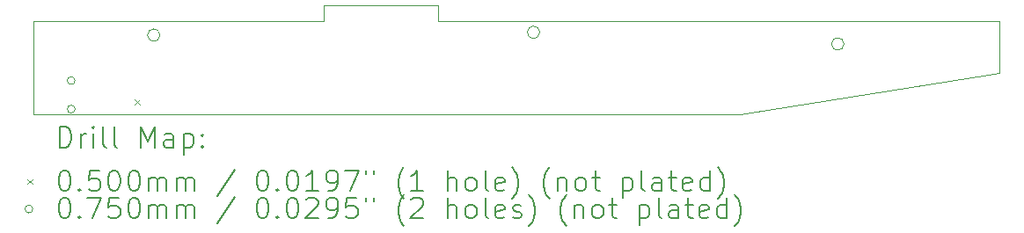
<source format=gbr>
%TF.GenerationSoftware,KiCad,Pcbnew,8.0.6*%
%TF.CreationDate,2024-11-20T18:33:52-05:00*%
%TF.ProjectId,OSSG_v0p5,4f535347-5f76-4307-9035-2e6b69636164,v0.4*%
%TF.SameCoordinates,Original*%
%TF.FileFunction,Drillmap*%
%TF.FilePolarity,Positive*%
%FSLAX45Y45*%
G04 Gerber Fmt 4.5, Leading zero omitted, Abs format (unit mm)*
G04 Created by KiCad (PCBNEW 8.0.6) date 2024-11-20 18:33:52*
%MOMM*%
%LPD*%
G01*
G04 APERTURE LIST*
%ADD10C,0.100000*%
%ADD11C,0.200000*%
G04 APERTURE END LIST*
D10*
X7920000Y-7635000D02*
G75*
G02*
X7800000Y-7635000I-60000J0D01*
G01*
X7800000Y-7635000D02*
G75*
G02*
X7920000Y-7635000I60000J0D01*
G01*
X6700000Y-8400000D02*
X6700000Y-7500000D01*
X6700000Y-7500000D02*
X9500000Y-7500000D01*
X10600000Y-7350000D02*
X10600000Y-7500000D01*
X14502500Y-7720000D02*
G75*
G02*
X14382500Y-7720000I-60000J0D01*
G01*
X14382500Y-7720000D02*
G75*
G02*
X14502500Y-7720000I60000J0D01*
G01*
X9500000Y-7350000D02*
X10600000Y-7350000D01*
X10600000Y-7500000D02*
X16000000Y-7500000D01*
X6700000Y-8400000D02*
X13500000Y-8400000D01*
X13500000Y-8400000D02*
X16000000Y-8000000D01*
X11575000Y-7607500D02*
G75*
G02*
X11455000Y-7607500I-60000J0D01*
G01*
X11455000Y-7607500D02*
G75*
G02*
X11575000Y-7607500I60000J0D01*
G01*
X16000000Y-8000000D02*
X16000000Y-7500000D01*
X9500000Y-7500000D02*
X9500000Y-7350000D01*
D11*
D10*
X7675000Y-8255000D02*
X7725000Y-8305000D01*
X7725000Y-8255000D02*
X7675000Y-8305000D01*
X7102500Y-8072500D02*
G75*
G02*
X7027500Y-8072500I-37500J0D01*
G01*
X7027500Y-8072500D02*
G75*
G02*
X7102500Y-8072500I37500J0D01*
G01*
X7102500Y-8347500D02*
G75*
G02*
X7027500Y-8347500I-37500J0D01*
G01*
X7027500Y-8347500D02*
G75*
G02*
X7102500Y-8347500I37500J0D01*
G01*
D11*
X6955777Y-8716484D02*
X6955777Y-8516484D01*
X6955777Y-8516484D02*
X7003396Y-8516484D01*
X7003396Y-8516484D02*
X7031967Y-8526008D01*
X7031967Y-8526008D02*
X7051015Y-8545055D01*
X7051015Y-8545055D02*
X7060539Y-8564103D01*
X7060539Y-8564103D02*
X7070062Y-8602198D01*
X7070062Y-8602198D02*
X7070062Y-8630770D01*
X7070062Y-8630770D02*
X7060539Y-8668865D01*
X7060539Y-8668865D02*
X7051015Y-8687912D01*
X7051015Y-8687912D02*
X7031967Y-8706960D01*
X7031967Y-8706960D02*
X7003396Y-8716484D01*
X7003396Y-8716484D02*
X6955777Y-8716484D01*
X7155777Y-8716484D02*
X7155777Y-8583150D01*
X7155777Y-8621246D02*
X7165301Y-8602198D01*
X7165301Y-8602198D02*
X7174824Y-8592674D01*
X7174824Y-8592674D02*
X7193872Y-8583150D01*
X7193872Y-8583150D02*
X7212920Y-8583150D01*
X7279586Y-8716484D02*
X7279586Y-8583150D01*
X7279586Y-8516484D02*
X7270062Y-8526008D01*
X7270062Y-8526008D02*
X7279586Y-8535531D01*
X7279586Y-8535531D02*
X7289110Y-8526008D01*
X7289110Y-8526008D02*
X7279586Y-8516484D01*
X7279586Y-8516484D02*
X7279586Y-8535531D01*
X7403396Y-8716484D02*
X7384348Y-8706960D01*
X7384348Y-8706960D02*
X7374824Y-8687912D01*
X7374824Y-8687912D02*
X7374824Y-8516484D01*
X7508158Y-8716484D02*
X7489110Y-8706960D01*
X7489110Y-8706960D02*
X7479586Y-8687912D01*
X7479586Y-8687912D02*
X7479586Y-8516484D01*
X7736729Y-8716484D02*
X7736729Y-8516484D01*
X7736729Y-8516484D02*
X7803396Y-8659341D01*
X7803396Y-8659341D02*
X7870062Y-8516484D01*
X7870062Y-8516484D02*
X7870062Y-8716484D01*
X8051015Y-8716484D02*
X8051015Y-8611722D01*
X8051015Y-8611722D02*
X8041491Y-8592674D01*
X8041491Y-8592674D02*
X8022443Y-8583150D01*
X8022443Y-8583150D02*
X7984348Y-8583150D01*
X7984348Y-8583150D02*
X7965301Y-8592674D01*
X8051015Y-8706960D02*
X8031967Y-8716484D01*
X8031967Y-8716484D02*
X7984348Y-8716484D01*
X7984348Y-8716484D02*
X7965301Y-8706960D01*
X7965301Y-8706960D02*
X7955777Y-8687912D01*
X7955777Y-8687912D02*
X7955777Y-8668865D01*
X7955777Y-8668865D02*
X7965301Y-8649817D01*
X7965301Y-8649817D02*
X7984348Y-8640293D01*
X7984348Y-8640293D02*
X8031967Y-8640293D01*
X8031967Y-8640293D02*
X8051015Y-8630770D01*
X8146253Y-8583150D02*
X8146253Y-8783150D01*
X8146253Y-8592674D02*
X8165301Y-8583150D01*
X8165301Y-8583150D02*
X8203396Y-8583150D01*
X8203396Y-8583150D02*
X8222443Y-8592674D01*
X8222443Y-8592674D02*
X8231967Y-8602198D01*
X8231967Y-8602198D02*
X8241491Y-8621246D01*
X8241491Y-8621246D02*
X8241491Y-8678389D01*
X8241491Y-8678389D02*
X8231967Y-8697436D01*
X8231967Y-8697436D02*
X8222443Y-8706960D01*
X8222443Y-8706960D02*
X8203396Y-8716484D01*
X8203396Y-8716484D02*
X8165301Y-8716484D01*
X8165301Y-8716484D02*
X8146253Y-8706960D01*
X8327205Y-8697436D02*
X8336729Y-8706960D01*
X8336729Y-8706960D02*
X8327205Y-8716484D01*
X8327205Y-8716484D02*
X8317682Y-8706960D01*
X8317682Y-8706960D02*
X8327205Y-8697436D01*
X8327205Y-8697436D02*
X8327205Y-8716484D01*
X8327205Y-8592674D02*
X8336729Y-8602198D01*
X8336729Y-8602198D02*
X8327205Y-8611722D01*
X8327205Y-8611722D02*
X8317682Y-8602198D01*
X8317682Y-8602198D02*
X8327205Y-8592674D01*
X8327205Y-8592674D02*
X8327205Y-8611722D01*
D10*
X6645000Y-9020000D02*
X6695000Y-9070000D01*
X6695000Y-9020000D02*
X6645000Y-9070000D01*
D11*
X6993872Y-8936484D02*
X7012920Y-8936484D01*
X7012920Y-8936484D02*
X7031967Y-8946008D01*
X7031967Y-8946008D02*
X7041491Y-8955531D01*
X7041491Y-8955531D02*
X7051015Y-8974579D01*
X7051015Y-8974579D02*
X7060539Y-9012674D01*
X7060539Y-9012674D02*
X7060539Y-9060293D01*
X7060539Y-9060293D02*
X7051015Y-9098389D01*
X7051015Y-9098389D02*
X7041491Y-9117436D01*
X7041491Y-9117436D02*
X7031967Y-9126960D01*
X7031967Y-9126960D02*
X7012920Y-9136484D01*
X7012920Y-9136484D02*
X6993872Y-9136484D01*
X6993872Y-9136484D02*
X6974824Y-9126960D01*
X6974824Y-9126960D02*
X6965301Y-9117436D01*
X6965301Y-9117436D02*
X6955777Y-9098389D01*
X6955777Y-9098389D02*
X6946253Y-9060293D01*
X6946253Y-9060293D02*
X6946253Y-9012674D01*
X6946253Y-9012674D02*
X6955777Y-8974579D01*
X6955777Y-8974579D02*
X6965301Y-8955531D01*
X6965301Y-8955531D02*
X6974824Y-8946008D01*
X6974824Y-8946008D02*
X6993872Y-8936484D01*
X7146253Y-9117436D02*
X7155777Y-9126960D01*
X7155777Y-9126960D02*
X7146253Y-9136484D01*
X7146253Y-9136484D02*
X7136729Y-9126960D01*
X7136729Y-9126960D02*
X7146253Y-9117436D01*
X7146253Y-9117436D02*
X7146253Y-9136484D01*
X7336729Y-8936484D02*
X7241491Y-8936484D01*
X7241491Y-8936484D02*
X7231967Y-9031722D01*
X7231967Y-9031722D02*
X7241491Y-9022198D01*
X7241491Y-9022198D02*
X7260539Y-9012674D01*
X7260539Y-9012674D02*
X7308158Y-9012674D01*
X7308158Y-9012674D02*
X7327205Y-9022198D01*
X7327205Y-9022198D02*
X7336729Y-9031722D01*
X7336729Y-9031722D02*
X7346253Y-9050770D01*
X7346253Y-9050770D02*
X7346253Y-9098389D01*
X7346253Y-9098389D02*
X7336729Y-9117436D01*
X7336729Y-9117436D02*
X7327205Y-9126960D01*
X7327205Y-9126960D02*
X7308158Y-9136484D01*
X7308158Y-9136484D02*
X7260539Y-9136484D01*
X7260539Y-9136484D02*
X7241491Y-9126960D01*
X7241491Y-9126960D02*
X7231967Y-9117436D01*
X7470062Y-8936484D02*
X7489110Y-8936484D01*
X7489110Y-8936484D02*
X7508158Y-8946008D01*
X7508158Y-8946008D02*
X7517682Y-8955531D01*
X7517682Y-8955531D02*
X7527205Y-8974579D01*
X7527205Y-8974579D02*
X7536729Y-9012674D01*
X7536729Y-9012674D02*
X7536729Y-9060293D01*
X7536729Y-9060293D02*
X7527205Y-9098389D01*
X7527205Y-9098389D02*
X7517682Y-9117436D01*
X7517682Y-9117436D02*
X7508158Y-9126960D01*
X7508158Y-9126960D02*
X7489110Y-9136484D01*
X7489110Y-9136484D02*
X7470062Y-9136484D01*
X7470062Y-9136484D02*
X7451015Y-9126960D01*
X7451015Y-9126960D02*
X7441491Y-9117436D01*
X7441491Y-9117436D02*
X7431967Y-9098389D01*
X7431967Y-9098389D02*
X7422443Y-9060293D01*
X7422443Y-9060293D02*
X7422443Y-9012674D01*
X7422443Y-9012674D02*
X7431967Y-8974579D01*
X7431967Y-8974579D02*
X7441491Y-8955531D01*
X7441491Y-8955531D02*
X7451015Y-8946008D01*
X7451015Y-8946008D02*
X7470062Y-8936484D01*
X7660539Y-8936484D02*
X7679586Y-8936484D01*
X7679586Y-8936484D02*
X7698634Y-8946008D01*
X7698634Y-8946008D02*
X7708158Y-8955531D01*
X7708158Y-8955531D02*
X7717682Y-8974579D01*
X7717682Y-8974579D02*
X7727205Y-9012674D01*
X7727205Y-9012674D02*
X7727205Y-9060293D01*
X7727205Y-9060293D02*
X7717682Y-9098389D01*
X7717682Y-9098389D02*
X7708158Y-9117436D01*
X7708158Y-9117436D02*
X7698634Y-9126960D01*
X7698634Y-9126960D02*
X7679586Y-9136484D01*
X7679586Y-9136484D02*
X7660539Y-9136484D01*
X7660539Y-9136484D02*
X7641491Y-9126960D01*
X7641491Y-9126960D02*
X7631967Y-9117436D01*
X7631967Y-9117436D02*
X7622443Y-9098389D01*
X7622443Y-9098389D02*
X7612920Y-9060293D01*
X7612920Y-9060293D02*
X7612920Y-9012674D01*
X7612920Y-9012674D02*
X7622443Y-8974579D01*
X7622443Y-8974579D02*
X7631967Y-8955531D01*
X7631967Y-8955531D02*
X7641491Y-8946008D01*
X7641491Y-8946008D02*
X7660539Y-8936484D01*
X7812920Y-9136484D02*
X7812920Y-9003150D01*
X7812920Y-9022198D02*
X7822443Y-9012674D01*
X7822443Y-9012674D02*
X7841491Y-9003150D01*
X7841491Y-9003150D02*
X7870063Y-9003150D01*
X7870063Y-9003150D02*
X7889110Y-9012674D01*
X7889110Y-9012674D02*
X7898634Y-9031722D01*
X7898634Y-9031722D02*
X7898634Y-9136484D01*
X7898634Y-9031722D02*
X7908158Y-9012674D01*
X7908158Y-9012674D02*
X7927205Y-9003150D01*
X7927205Y-9003150D02*
X7955777Y-9003150D01*
X7955777Y-9003150D02*
X7974824Y-9012674D01*
X7974824Y-9012674D02*
X7984348Y-9031722D01*
X7984348Y-9031722D02*
X7984348Y-9136484D01*
X8079586Y-9136484D02*
X8079586Y-9003150D01*
X8079586Y-9022198D02*
X8089110Y-9012674D01*
X8089110Y-9012674D02*
X8108158Y-9003150D01*
X8108158Y-9003150D02*
X8136729Y-9003150D01*
X8136729Y-9003150D02*
X8155777Y-9012674D01*
X8155777Y-9012674D02*
X8165301Y-9031722D01*
X8165301Y-9031722D02*
X8165301Y-9136484D01*
X8165301Y-9031722D02*
X8174824Y-9012674D01*
X8174824Y-9012674D02*
X8193872Y-9003150D01*
X8193872Y-9003150D02*
X8222443Y-9003150D01*
X8222443Y-9003150D02*
X8241491Y-9012674D01*
X8241491Y-9012674D02*
X8251015Y-9031722D01*
X8251015Y-9031722D02*
X8251015Y-9136484D01*
X8641491Y-8926960D02*
X8470063Y-9184103D01*
X8898634Y-8936484D02*
X8917682Y-8936484D01*
X8917682Y-8936484D02*
X8936729Y-8946008D01*
X8936729Y-8946008D02*
X8946253Y-8955531D01*
X8946253Y-8955531D02*
X8955777Y-8974579D01*
X8955777Y-8974579D02*
X8965301Y-9012674D01*
X8965301Y-9012674D02*
X8965301Y-9060293D01*
X8965301Y-9060293D02*
X8955777Y-9098389D01*
X8955777Y-9098389D02*
X8946253Y-9117436D01*
X8946253Y-9117436D02*
X8936729Y-9126960D01*
X8936729Y-9126960D02*
X8917682Y-9136484D01*
X8917682Y-9136484D02*
X8898634Y-9136484D01*
X8898634Y-9136484D02*
X8879587Y-9126960D01*
X8879587Y-9126960D02*
X8870063Y-9117436D01*
X8870063Y-9117436D02*
X8860539Y-9098389D01*
X8860539Y-9098389D02*
X8851015Y-9060293D01*
X8851015Y-9060293D02*
X8851015Y-9012674D01*
X8851015Y-9012674D02*
X8860539Y-8974579D01*
X8860539Y-8974579D02*
X8870063Y-8955531D01*
X8870063Y-8955531D02*
X8879587Y-8946008D01*
X8879587Y-8946008D02*
X8898634Y-8936484D01*
X9051015Y-9117436D02*
X9060539Y-9126960D01*
X9060539Y-9126960D02*
X9051015Y-9136484D01*
X9051015Y-9136484D02*
X9041491Y-9126960D01*
X9041491Y-9126960D02*
X9051015Y-9117436D01*
X9051015Y-9117436D02*
X9051015Y-9136484D01*
X9184348Y-8936484D02*
X9203396Y-8936484D01*
X9203396Y-8936484D02*
X9222444Y-8946008D01*
X9222444Y-8946008D02*
X9231968Y-8955531D01*
X9231968Y-8955531D02*
X9241491Y-8974579D01*
X9241491Y-8974579D02*
X9251015Y-9012674D01*
X9251015Y-9012674D02*
X9251015Y-9060293D01*
X9251015Y-9060293D02*
X9241491Y-9098389D01*
X9241491Y-9098389D02*
X9231968Y-9117436D01*
X9231968Y-9117436D02*
X9222444Y-9126960D01*
X9222444Y-9126960D02*
X9203396Y-9136484D01*
X9203396Y-9136484D02*
X9184348Y-9136484D01*
X9184348Y-9136484D02*
X9165301Y-9126960D01*
X9165301Y-9126960D02*
X9155777Y-9117436D01*
X9155777Y-9117436D02*
X9146253Y-9098389D01*
X9146253Y-9098389D02*
X9136729Y-9060293D01*
X9136729Y-9060293D02*
X9136729Y-9012674D01*
X9136729Y-9012674D02*
X9146253Y-8974579D01*
X9146253Y-8974579D02*
X9155777Y-8955531D01*
X9155777Y-8955531D02*
X9165301Y-8946008D01*
X9165301Y-8946008D02*
X9184348Y-8936484D01*
X9441491Y-9136484D02*
X9327206Y-9136484D01*
X9384348Y-9136484D02*
X9384348Y-8936484D01*
X9384348Y-8936484D02*
X9365301Y-8965055D01*
X9365301Y-8965055D02*
X9346253Y-8984103D01*
X9346253Y-8984103D02*
X9327206Y-8993627D01*
X9536729Y-9136484D02*
X9574825Y-9136484D01*
X9574825Y-9136484D02*
X9593872Y-9126960D01*
X9593872Y-9126960D02*
X9603396Y-9117436D01*
X9603396Y-9117436D02*
X9622444Y-9088865D01*
X9622444Y-9088865D02*
X9631968Y-9050770D01*
X9631968Y-9050770D02*
X9631968Y-8974579D01*
X9631968Y-8974579D02*
X9622444Y-8955531D01*
X9622444Y-8955531D02*
X9612920Y-8946008D01*
X9612920Y-8946008D02*
X9593872Y-8936484D01*
X9593872Y-8936484D02*
X9555777Y-8936484D01*
X9555777Y-8936484D02*
X9536729Y-8946008D01*
X9536729Y-8946008D02*
X9527206Y-8955531D01*
X9527206Y-8955531D02*
X9517682Y-8974579D01*
X9517682Y-8974579D02*
X9517682Y-9022198D01*
X9517682Y-9022198D02*
X9527206Y-9041246D01*
X9527206Y-9041246D02*
X9536729Y-9050770D01*
X9536729Y-9050770D02*
X9555777Y-9060293D01*
X9555777Y-9060293D02*
X9593872Y-9060293D01*
X9593872Y-9060293D02*
X9612920Y-9050770D01*
X9612920Y-9050770D02*
X9622444Y-9041246D01*
X9622444Y-9041246D02*
X9631968Y-9022198D01*
X9698634Y-8936484D02*
X9831968Y-8936484D01*
X9831968Y-8936484D02*
X9746253Y-9136484D01*
X9898634Y-8936484D02*
X9898634Y-8974579D01*
X9974825Y-8936484D02*
X9974825Y-8974579D01*
X10270063Y-9212674D02*
X10260539Y-9203150D01*
X10260539Y-9203150D02*
X10241491Y-9174579D01*
X10241491Y-9174579D02*
X10231968Y-9155531D01*
X10231968Y-9155531D02*
X10222444Y-9126960D01*
X10222444Y-9126960D02*
X10212920Y-9079341D01*
X10212920Y-9079341D02*
X10212920Y-9041246D01*
X10212920Y-9041246D02*
X10222444Y-8993627D01*
X10222444Y-8993627D02*
X10231968Y-8965055D01*
X10231968Y-8965055D02*
X10241491Y-8946008D01*
X10241491Y-8946008D02*
X10260539Y-8917436D01*
X10260539Y-8917436D02*
X10270063Y-8907912D01*
X10451015Y-9136484D02*
X10336730Y-9136484D01*
X10393872Y-9136484D02*
X10393872Y-8936484D01*
X10393872Y-8936484D02*
X10374825Y-8965055D01*
X10374825Y-8965055D02*
X10355777Y-8984103D01*
X10355777Y-8984103D02*
X10336730Y-8993627D01*
X10689111Y-9136484D02*
X10689111Y-8936484D01*
X10774825Y-9136484D02*
X10774825Y-9031722D01*
X10774825Y-9031722D02*
X10765301Y-9012674D01*
X10765301Y-9012674D02*
X10746253Y-9003150D01*
X10746253Y-9003150D02*
X10717682Y-9003150D01*
X10717682Y-9003150D02*
X10698634Y-9012674D01*
X10698634Y-9012674D02*
X10689111Y-9022198D01*
X10898634Y-9136484D02*
X10879587Y-9126960D01*
X10879587Y-9126960D02*
X10870063Y-9117436D01*
X10870063Y-9117436D02*
X10860539Y-9098389D01*
X10860539Y-9098389D02*
X10860539Y-9041246D01*
X10860539Y-9041246D02*
X10870063Y-9022198D01*
X10870063Y-9022198D02*
X10879587Y-9012674D01*
X10879587Y-9012674D02*
X10898634Y-9003150D01*
X10898634Y-9003150D02*
X10927206Y-9003150D01*
X10927206Y-9003150D02*
X10946253Y-9012674D01*
X10946253Y-9012674D02*
X10955777Y-9022198D01*
X10955777Y-9022198D02*
X10965301Y-9041246D01*
X10965301Y-9041246D02*
X10965301Y-9098389D01*
X10965301Y-9098389D02*
X10955777Y-9117436D01*
X10955777Y-9117436D02*
X10946253Y-9126960D01*
X10946253Y-9126960D02*
X10927206Y-9136484D01*
X10927206Y-9136484D02*
X10898634Y-9136484D01*
X11079587Y-9136484D02*
X11060539Y-9126960D01*
X11060539Y-9126960D02*
X11051015Y-9107912D01*
X11051015Y-9107912D02*
X11051015Y-8936484D01*
X11231968Y-9126960D02*
X11212920Y-9136484D01*
X11212920Y-9136484D02*
X11174825Y-9136484D01*
X11174825Y-9136484D02*
X11155777Y-9126960D01*
X11155777Y-9126960D02*
X11146253Y-9107912D01*
X11146253Y-9107912D02*
X11146253Y-9031722D01*
X11146253Y-9031722D02*
X11155777Y-9012674D01*
X11155777Y-9012674D02*
X11174825Y-9003150D01*
X11174825Y-9003150D02*
X11212920Y-9003150D01*
X11212920Y-9003150D02*
X11231968Y-9012674D01*
X11231968Y-9012674D02*
X11241491Y-9031722D01*
X11241491Y-9031722D02*
X11241491Y-9050770D01*
X11241491Y-9050770D02*
X11146253Y-9069817D01*
X11308158Y-9212674D02*
X11317682Y-9203150D01*
X11317682Y-9203150D02*
X11336730Y-9174579D01*
X11336730Y-9174579D02*
X11346253Y-9155531D01*
X11346253Y-9155531D02*
X11355777Y-9126960D01*
X11355777Y-9126960D02*
X11365301Y-9079341D01*
X11365301Y-9079341D02*
X11365301Y-9041246D01*
X11365301Y-9041246D02*
X11355777Y-8993627D01*
X11355777Y-8993627D02*
X11346253Y-8965055D01*
X11346253Y-8965055D02*
X11336730Y-8946008D01*
X11336730Y-8946008D02*
X11317682Y-8917436D01*
X11317682Y-8917436D02*
X11308158Y-8907912D01*
X11670063Y-9212674D02*
X11660539Y-9203150D01*
X11660539Y-9203150D02*
X11641491Y-9174579D01*
X11641491Y-9174579D02*
X11631968Y-9155531D01*
X11631968Y-9155531D02*
X11622444Y-9126960D01*
X11622444Y-9126960D02*
X11612920Y-9079341D01*
X11612920Y-9079341D02*
X11612920Y-9041246D01*
X11612920Y-9041246D02*
X11622444Y-8993627D01*
X11622444Y-8993627D02*
X11631968Y-8965055D01*
X11631968Y-8965055D02*
X11641491Y-8946008D01*
X11641491Y-8946008D02*
X11660539Y-8917436D01*
X11660539Y-8917436D02*
X11670063Y-8907912D01*
X11746253Y-9003150D02*
X11746253Y-9136484D01*
X11746253Y-9022198D02*
X11755777Y-9012674D01*
X11755777Y-9012674D02*
X11774825Y-9003150D01*
X11774825Y-9003150D02*
X11803396Y-9003150D01*
X11803396Y-9003150D02*
X11822444Y-9012674D01*
X11822444Y-9012674D02*
X11831968Y-9031722D01*
X11831968Y-9031722D02*
X11831968Y-9136484D01*
X11955777Y-9136484D02*
X11936730Y-9126960D01*
X11936730Y-9126960D02*
X11927206Y-9117436D01*
X11927206Y-9117436D02*
X11917682Y-9098389D01*
X11917682Y-9098389D02*
X11917682Y-9041246D01*
X11917682Y-9041246D02*
X11927206Y-9022198D01*
X11927206Y-9022198D02*
X11936730Y-9012674D01*
X11936730Y-9012674D02*
X11955777Y-9003150D01*
X11955777Y-9003150D02*
X11984349Y-9003150D01*
X11984349Y-9003150D02*
X12003396Y-9012674D01*
X12003396Y-9012674D02*
X12012920Y-9022198D01*
X12012920Y-9022198D02*
X12022444Y-9041246D01*
X12022444Y-9041246D02*
X12022444Y-9098389D01*
X12022444Y-9098389D02*
X12012920Y-9117436D01*
X12012920Y-9117436D02*
X12003396Y-9126960D01*
X12003396Y-9126960D02*
X11984349Y-9136484D01*
X11984349Y-9136484D02*
X11955777Y-9136484D01*
X12079587Y-9003150D02*
X12155777Y-9003150D01*
X12108158Y-8936484D02*
X12108158Y-9107912D01*
X12108158Y-9107912D02*
X12117682Y-9126960D01*
X12117682Y-9126960D02*
X12136730Y-9136484D01*
X12136730Y-9136484D02*
X12155777Y-9136484D01*
X12374825Y-9003150D02*
X12374825Y-9203150D01*
X12374825Y-9012674D02*
X12393872Y-9003150D01*
X12393872Y-9003150D02*
X12431968Y-9003150D01*
X12431968Y-9003150D02*
X12451015Y-9012674D01*
X12451015Y-9012674D02*
X12460539Y-9022198D01*
X12460539Y-9022198D02*
X12470063Y-9041246D01*
X12470063Y-9041246D02*
X12470063Y-9098389D01*
X12470063Y-9098389D02*
X12460539Y-9117436D01*
X12460539Y-9117436D02*
X12451015Y-9126960D01*
X12451015Y-9126960D02*
X12431968Y-9136484D01*
X12431968Y-9136484D02*
X12393872Y-9136484D01*
X12393872Y-9136484D02*
X12374825Y-9126960D01*
X12584349Y-9136484D02*
X12565301Y-9126960D01*
X12565301Y-9126960D02*
X12555777Y-9107912D01*
X12555777Y-9107912D02*
X12555777Y-8936484D01*
X12746253Y-9136484D02*
X12746253Y-9031722D01*
X12746253Y-9031722D02*
X12736730Y-9012674D01*
X12736730Y-9012674D02*
X12717682Y-9003150D01*
X12717682Y-9003150D02*
X12679587Y-9003150D01*
X12679587Y-9003150D02*
X12660539Y-9012674D01*
X12746253Y-9126960D02*
X12727206Y-9136484D01*
X12727206Y-9136484D02*
X12679587Y-9136484D01*
X12679587Y-9136484D02*
X12660539Y-9126960D01*
X12660539Y-9126960D02*
X12651015Y-9107912D01*
X12651015Y-9107912D02*
X12651015Y-9088865D01*
X12651015Y-9088865D02*
X12660539Y-9069817D01*
X12660539Y-9069817D02*
X12679587Y-9060293D01*
X12679587Y-9060293D02*
X12727206Y-9060293D01*
X12727206Y-9060293D02*
X12746253Y-9050770D01*
X12812920Y-9003150D02*
X12889111Y-9003150D01*
X12841492Y-8936484D02*
X12841492Y-9107912D01*
X12841492Y-9107912D02*
X12851015Y-9126960D01*
X12851015Y-9126960D02*
X12870063Y-9136484D01*
X12870063Y-9136484D02*
X12889111Y-9136484D01*
X13031968Y-9126960D02*
X13012920Y-9136484D01*
X13012920Y-9136484D02*
X12974825Y-9136484D01*
X12974825Y-9136484D02*
X12955777Y-9126960D01*
X12955777Y-9126960D02*
X12946253Y-9107912D01*
X12946253Y-9107912D02*
X12946253Y-9031722D01*
X12946253Y-9031722D02*
X12955777Y-9012674D01*
X12955777Y-9012674D02*
X12974825Y-9003150D01*
X12974825Y-9003150D02*
X13012920Y-9003150D01*
X13012920Y-9003150D02*
X13031968Y-9012674D01*
X13031968Y-9012674D02*
X13041492Y-9031722D01*
X13041492Y-9031722D02*
X13041492Y-9050770D01*
X13041492Y-9050770D02*
X12946253Y-9069817D01*
X13212920Y-9136484D02*
X13212920Y-8936484D01*
X13212920Y-9126960D02*
X13193873Y-9136484D01*
X13193873Y-9136484D02*
X13155777Y-9136484D01*
X13155777Y-9136484D02*
X13136730Y-9126960D01*
X13136730Y-9126960D02*
X13127206Y-9117436D01*
X13127206Y-9117436D02*
X13117682Y-9098389D01*
X13117682Y-9098389D02*
X13117682Y-9041246D01*
X13117682Y-9041246D02*
X13127206Y-9022198D01*
X13127206Y-9022198D02*
X13136730Y-9012674D01*
X13136730Y-9012674D02*
X13155777Y-9003150D01*
X13155777Y-9003150D02*
X13193873Y-9003150D01*
X13193873Y-9003150D02*
X13212920Y-9012674D01*
X13289111Y-9212674D02*
X13298634Y-9203150D01*
X13298634Y-9203150D02*
X13317682Y-9174579D01*
X13317682Y-9174579D02*
X13327206Y-9155531D01*
X13327206Y-9155531D02*
X13336730Y-9126960D01*
X13336730Y-9126960D02*
X13346253Y-9079341D01*
X13346253Y-9079341D02*
X13346253Y-9041246D01*
X13346253Y-9041246D02*
X13336730Y-8993627D01*
X13336730Y-8993627D02*
X13327206Y-8965055D01*
X13327206Y-8965055D02*
X13317682Y-8946008D01*
X13317682Y-8946008D02*
X13298634Y-8917436D01*
X13298634Y-8917436D02*
X13289111Y-8907912D01*
D10*
X6695000Y-9309000D02*
G75*
G02*
X6620000Y-9309000I-37500J0D01*
G01*
X6620000Y-9309000D02*
G75*
G02*
X6695000Y-9309000I37500J0D01*
G01*
D11*
X6993872Y-9200484D02*
X7012920Y-9200484D01*
X7012920Y-9200484D02*
X7031967Y-9210008D01*
X7031967Y-9210008D02*
X7041491Y-9219531D01*
X7041491Y-9219531D02*
X7051015Y-9238579D01*
X7051015Y-9238579D02*
X7060539Y-9276674D01*
X7060539Y-9276674D02*
X7060539Y-9324293D01*
X7060539Y-9324293D02*
X7051015Y-9362389D01*
X7051015Y-9362389D02*
X7041491Y-9381436D01*
X7041491Y-9381436D02*
X7031967Y-9390960D01*
X7031967Y-9390960D02*
X7012920Y-9400484D01*
X7012920Y-9400484D02*
X6993872Y-9400484D01*
X6993872Y-9400484D02*
X6974824Y-9390960D01*
X6974824Y-9390960D02*
X6965301Y-9381436D01*
X6965301Y-9381436D02*
X6955777Y-9362389D01*
X6955777Y-9362389D02*
X6946253Y-9324293D01*
X6946253Y-9324293D02*
X6946253Y-9276674D01*
X6946253Y-9276674D02*
X6955777Y-9238579D01*
X6955777Y-9238579D02*
X6965301Y-9219531D01*
X6965301Y-9219531D02*
X6974824Y-9210008D01*
X6974824Y-9210008D02*
X6993872Y-9200484D01*
X7146253Y-9381436D02*
X7155777Y-9390960D01*
X7155777Y-9390960D02*
X7146253Y-9400484D01*
X7146253Y-9400484D02*
X7136729Y-9390960D01*
X7136729Y-9390960D02*
X7146253Y-9381436D01*
X7146253Y-9381436D02*
X7146253Y-9400484D01*
X7222443Y-9200484D02*
X7355777Y-9200484D01*
X7355777Y-9200484D02*
X7270062Y-9400484D01*
X7527205Y-9200484D02*
X7431967Y-9200484D01*
X7431967Y-9200484D02*
X7422443Y-9295722D01*
X7422443Y-9295722D02*
X7431967Y-9286198D01*
X7431967Y-9286198D02*
X7451015Y-9276674D01*
X7451015Y-9276674D02*
X7498634Y-9276674D01*
X7498634Y-9276674D02*
X7517682Y-9286198D01*
X7517682Y-9286198D02*
X7527205Y-9295722D01*
X7527205Y-9295722D02*
X7536729Y-9314770D01*
X7536729Y-9314770D02*
X7536729Y-9362389D01*
X7536729Y-9362389D02*
X7527205Y-9381436D01*
X7527205Y-9381436D02*
X7517682Y-9390960D01*
X7517682Y-9390960D02*
X7498634Y-9400484D01*
X7498634Y-9400484D02*
X7451015Y-9400484D01*
X7451015Y-9400484D02*
X7431967Y-9390960D01*
X7431967Y-9390960D02*
X7422443Y-9381436D01*
X7660539Y-9200484D02*
X7679586Y-9200484D01*
X7679586Y-9200484D02*
X7698634Y-9210008D01*
X7698634Y-9210008D02*
X7708158Y-9219531D01*
X7708158Y-9219531D02*
X7717682Y-9238579D01*
X7717682Y-9238579D02*
X7727205Y-9276674D01*
X7727205Y-9276674D02*
X7727205Y-9324293D01*
X7727205Y-9324293D02*
X7717682Y-9362389D01*
X7717682Y-9362389D02*
X7708158Y-9381436D01*
X7708158Y-9381436D02*
X7698634Y-9390960D01*
X7698634Y-9390960D02*
X7679586Y-9400484D01*
X7679586Y-9400484D02*
X7660539Y-9400484D01*
X7660539Y-9400484D02*
X7641491Y-9390960D01*
X7641491Y-9390960D02*
X7631967Y-9381436D01*
X7631967Y-9381436D02*
X7622443Y-9362389D01*
X7622443Y-9362389D02*
X7612920Y-9324293D01*
X7612920Y-9324293D02*
X7612920Y-9276674D01*
X7612920Y-9276674D02*
X7622443Y-9238579D01*
X7622443Y-9238579D02*
X7631967Y-9219531D01*
X7631967Y-9219531D02*
X7641491Y-9210008D01*
X7641491Y-9210008D02*
X7660539Y-9200484D01*
X7812920Y-9400484D02*
X7812920Y-9267150D01*
X7812920Y-9286198D02*
X7822443Y-9276674D01*
X7822443Y-9276674D02*
X7841491Y-9267150D01*
X7841491Y-9267150D02*
X7870063Y-9267150D01*
X7870063Y-9267150D02*
X7889110Y-9276674D01*
X7889110Y-9276674D02*
X7898634Y-9295722D01*
X7898634Y-9295722D02*
X7898634Y-9400484D01*
X7898634Y-9295722D02*
X7908158Y-9276674D01*
X7908158Y-9276674D02*
X7927205Y-9267150D01*
X7927205Y-9267150D02*
X7955777Y-9267150D01*
X7955777Y-9267150D02*
X7974824Y-9276674D01*
X7974824Y-9276674D02*
X7984348Y-9295722D01*
X7984348Y-9295722D02*
X7984348Y-9400484D01*
X8079586Y-9400484D02*
X8079586Y-9267150D01*
X8079586Y-9286198D02*
X8089110Y-9276674D01*
X8089110Y-9276674D02*
X8108158Y-9267150D01*
X8108158Y-9267150D02*
X8136729Y-9267150D01*
X8136729Y-9267150D02*
X8155777Y-9276674D01*
X8155777Y-9276674D02*
X8165301Y-9295722D01*
X8165301Y-9295722D02*
X8165301Y-9400484D01*
X8165301Y-9295722D02*
X8174824Y-9276674D01*
X8174824Y-9276674D02*
X8193872Y-9267150D01*
X8193872Y-9267150D02*
X8222443Y-9267150D01*
X8222443Y-9267150D02*
X8241491Y-9276674D01*
X8241491Y-9276674D02*
X8251015Y-9295722D01*
X8251015Y-9295722D02*
X8251015Y-9400484D01*
X8641491Y-9190960D02*
X8470063Y-9448103D01*
X8898634Y-9200484D02*
X8917682Y-9200484D01*
X8917682Y-9200484D02*
X8936729Y-9210008D01*
X8936729Y-9210008D02*
X8946253Y-9219531D01*
X8946253Y-9219531D02*
X8955777Y-9238579D01*
X8955777Y-9238579D02*
X8965301Y-9276674D01*
X8965301Y-9276674D02*
X8965301Y-9324293D01*
X8965301Y-9324293D02*
X8955777Y-9362389D01*
X8955777Y-9362389D02*
X8946253Y-9381436D01*
X8946253Y-9381436D02*
X8936729Y-9390960D01*
X8936729Y-9390960D02*
X8917682Y-9400484D01*
X8917682Y-9400484D02*
X8898634Y-9400484D01*
X8898634Y-9400484D02*
X8879587Y-9390960D01*
X8879587Y-9390960D02*
X8870063Y-9381436D01*
X8870063Y-9381436D02*
X8860539Y-9362389D01*
X8860539Y-9362389D02*
X8851015Y-9324293D01*
X8851015Y-9324293D02*
X8851015Y-9276674D01*
X8851015Y-9276674D02*
X8860539Y-9238579D01*
X8860539Y-9238579D02*
X8870063Y-9219531D01*
X8870063Y-9219531D02*
X8879587Y-9210008D01*
X8879587Y-9210008D02*
X8898634Y-9200484D01*
X9051015Y-9381436D02*
X9060539Y-9390960D01*
X9060539Y-9390960D02*
X9051015Y-9400484D01*
X9051015Y-9400484D02*
X9041491Y-9390960D01*
X9041491Y-9390960D02*
X9051015Y-9381436D01*
X9051015Y-9381436D02*
X9051015Y-9400484D01*
X9184348Y-9200484D02*
X9203396Y-9200484D01*
X9203396Y-9200484D02*
X9222444Y-9210008D01*
X9222444Y-9210008D02*
X9231968Y-9219531D01*
X9231968Y-9219531D02*
X9241491Y-9238579D01*
X9241491Y-9238579D02*
X9251015Y-9276674D01*
X9251015Y-9276674D02*
X9251015Y-9324293D01*
X9251015Y-9324293D02*
X9241491Y-9362389D01*
X9241491Y-9362389D02*
X9231968Y-9381436D01*
X9231968Y-9381436D02*
X9222444Y-9390960D01*
X9222444Y-9390960D02*
X9203396Y-9400484D01*
X9203396Y-9400484D02*
X9184348Y-9400484D01*
X9184348Y-9400484D02*
X9165301Y-9390960D01*
X9165301Y-9390960D02*
X9155777Y-9381436D01*
X9155777Y-9381436D02*
X9146253Y-9362389D01*
X9146253Y-9362389D02*
X9136729Y-9324293D01*
X9136729Y-9324293D02*
X9136729Y-9276674D01*
X9136729Y-9276674D02*
X9146253Y-9238579D01*
X9146253Y-9238579D02*
X9155777Y-9219531D01*
X9155777Y-9219531D02*
X9165301Y-9210008D01*
X9165301Y-9210008D02*
X9184348Y-9200484D01*
X9327206Y-9219531D02*
X9336729Y-9210008D01*
X9336729Y-9210008D02*
X9355777Y-9200484D01*
X9355777Y-9200484D02*
X9403396Y-9200484D01*
X9403396Y-9200484D02*
X9422444Y-9210008D01*
X9422444Y-9210008D02*
X9431968Y-9219531D01*
X9431968Y-9219531D02*
X9441491Y-9238579D01*
X9441491Y-9238579D02*
X9441491Y-9257627D01*
X9441491Y-9257627D02*
X9431968Y-9286198D01*
X9431968Y-9286198D02*
X9317682Y-9400484D01*
X9317682Y-9400484D02*
X9441491Y-9400484D01*
X9536729Y-9400484D02*
X9574825Y-9400484D01*
X9574825Y-9400484D02*
X9593872Y-9390960D01*
X9593872Y-9390960D02*
X9603396Y-9381436D01*
X9603396Y-9381436D02*
X9622444Y-9352865D01*
X9622444Y-9352865D02*
X9631968Y-9314770D01*
X9631968Y-9314770D02*
X9631968Y-9238579D01*
X9631968Y-9238579D02*
X9622444Y-9219531D01*
X9622444Y-9219531D02*
X9612920Y-9210008D01*
X9612920Y-9210008D02*
X9593872Y-9200484D01*
X9593872Y-9200484D02*
X9555777Y-9200484D01*
X9555777Y-9200484D02*
X9536729Y-9210008D01*
X9536729Y-9210008D02*
X9527206Y-9219531D01*
X9527206Y-9219531D02*
X9517682Y-9238579D01*
X9517682Y-9238579D02*
X9517682Y-9286198D01*
X9517682Y-9286198D02*
X9527206Y-9305246D01*
X9527206Y-9305246D02*
X9536729Y-9314770D01*
X9536729Y-9314770D02*
X9555777Y-9324293D01*
X9555777Y-9324293D02*
X9593872Y-9324293D01*
X9593872Y-9324293D02*
X9612920Y-9314770D01*
X9612920Y-9314770D02*
X9622444Y-9305246D01*
X9622444Y-9305246D02*
X9631968Y-9286198D01*
X9812920Y-9200484D02*
X9717682Y-9200484D01*
X9717682Y-9200484D02*
X9708158Y-9295722D01*
X9708158Y-9295722D02*
X9717682Y-9286198D01*
X9717682Y-9286198D02*
X9736729Y-9276674D01*
X9736729Y-9276674D02*
X9784349Y-9276674D01*
X9784349Y-9276674D02*
X9803396Y-9286198D01*
X9803396Y-9286198D02*
X9812920Y-9295722D01*
X9812920Y-9295722D02*
X9822444Y-9314770D01*
X9822444Y-9314770D02*
X9822444Y-9362389D01*
X9822444Y-9362389D02*
X9812920Y-9381436D01*
X9812920Y-9381436D02*
X9803396Y-9390960D01*
X9803396Y-9390960D02*
X9784349Y-9400484D01*
X9784349Y-9400484D02*
X9736729Y-9400484D01*
X9736729Y-9400484D02*
X9717682Y-9390960D01*
X9717682Y-9390960D02*
X9708158Y-9381436D01*
X9898634Y-9200484D02*
X9898634Y-9238579D01*
X9974825Y-9200484D02*
X9974825Y-9238579D01*
X10270063Y-9476674D02*
X10260539Y-9467150D01*
X10260539Y-9467150D02*
X10241491Y-9438579D01*
X10241491Y-9438579D02*
X10231968Y-9419531D01*
X10231968Y-9419531D02*
X10222444Y-9390960D01*
X10222444Y-9390960D02*
X10212920Y-9343341D01*
X10212920Y-9343341D02*
X10212920Y-9305246D01*
X10212920Y-9305246D02*
X10222444Y-9257627D01*
X10222444Y-9257627D02*
X10231968Y-9229055D01*
X10231968Y-9229055D02*
X10241491Y-9210008D01*
X10241491Y-9210008D02*
X10260539Y-9181436D01*
X10260539Y-9181436D02*
X10270063Y-9171912D01*
X10336730Y-9219531D02*
X10346253Y-9210008D01*
X10346253Y-9210008D02*
X10365301Y-9200484D01*
X10365301Y-9200484D02*
X10412920Y-9200484D01*
X10412920Y-9200484D02*
X10431968Y-9210008D01*
X10431968Y-9210008D02*
X10441491Y-9219531D01*
X10441491Y-9219531D02*
X10451015Y-9238579D01*
X10451015Y-9238579D02*
X10451015Y-9257627D01*
X10451015Y-9257627D02*
X10441491Y-9286198D01*
X10441491Y-9286198D02*
X10327206Y-9400484D01*
X10327206Y-9400484D02*
X10451015Y-9400484D01*
X10689111Y-9400484D02*
X10689111Y-9200484D01*
X10774825Y-9400484D02*
X10774825Y-9295722D01*
X10774825Y-9295722D02*
X10765301Y-9276674D01*
X10765301Y-9276674D02*
X10746253Y-9267150D01*
X10746253Y-9267150D02*
X10717682Y-9267150D01*
X10717682Y-9267150D02*
X10698634Y-9276674D01*
X10698634Y-9276674D02*
X10689111Y-9286198D01*
X10898634Y-9400484D02*
X10879587Y-9390960D01*
X10879587Y-9390960D02*
X10870063Y-9381436D01*
X10870063Y-9381436D02*
X10860539Y-9362389D01*
X10860539Y-9362389D02*
X10860539Y-9305246D01*
X10860539Y-9305246D02*
X10870063Y-9286198D01*
X10870063Y-9286198D02*
X10879587Y-9276674D01*
X10879587Y-9276674D02*
X10898634Y-9267150D01*
X10898634Y-9267150D02*
X10927206Y-9267150D01*
X10927206Y-9267150D02*
X10946253Y-9276674D01*
X10946253Y-9276674D02*
X10955777Y-9286198D01*
X10955777Y-9286198D02*
X10965301Y-9305246D01*
X10965301Y-9305246D02*
X10965301Y-9362389D01*
X10965301Y-9362389D02*
X10955777Y-9381436D01*
X10955777Y-9381436D02*
X10946253Y-9390960D01*
X10946253Y-9390960D02*
X10927206Y-9400484D01*
X10927206Y-9400484D02*
X10898634Y-9400484D01*
X11079587Y-9400484D02*
X11060539Y-9390960D01*
X11060539Y-9390960D02*
X11051015Y-9371912D01*
X11051015Y-9371912D02*
X11051015Y-9200484D01*
X11231968Y-9390960D02*
X11212920Y-9400484D01*
X11212920Y-9400484D02*
X11174825Y-9400484D01*
X11174825Y-9400484D02*
X11155777Y-9390960D01*
X11155777Y-9390960D02*
X11146253Y-9371912D01*
X11146253Y-9371912D02*
X11146253Y-9295722D01*
X11146253Y-9295722D02*
X11155777Y-9276674D01*
X11155777Y-9276674D02*
X11174825Y-9267150D01*
X11174825Y-9267150D02*
X11212920Y-9267150D01*
X11212920Y-9267150D02*
X11231968Y-9276674D01*
X11231968Y-9276674D02*
X11241491Y-9295722D01*
X11241491Y-9295722D02*
X11241491Y-9314770D01*
X11241491Y-9314770D02*
X11146253Y-9333817D01*
X11317682Y-9390960D02*
X11336730Y-9400484D01*
X11336730Y-9400484D02*
X11374825Y-9400484D01*
X11374825Y-9400484D02*
X11393872Y-9390960D01*
X11393872Y-9390960D02*
X11403396Y-9371912D01*
X11403396Y-9371912D02*
X11403396Y-9362389D01*
X11403396Y-9362389D02*
X11393872Y-9343341D01*
X11393872Y-9343341D02*
X11374825Y-9333817D01*
X11374825Y-9333817D02*
X11346253Y-9333817D01*
X11346253Y-9333817D02*
X11327206Y-9324293D01*
X11327206Y-9324293D02*
X11317682Y-9305246D01*
X11317682Y-9305246D02*
X11317682Y-9295722D01*
X11317682Y-9295722D02*
X11327206Y-9276674D01*
X11327206Y-9276674D02*
X11346253Y-9267150D01*
X11346253Y-9267150D02*
X11374825Y-9267150D01*
X11374825Y-9267150D02*
X11393872Y-9276674D01*
X11470063Y-9476674D02*
X11479587Y-9467150D01*
X11479587Y-9467150D02*
X11498634Y-9438579D01*
X11498634Y-9438579D02*
X11508158Y-9419531D01*
X11508158Y-9419531D02*
X11517682Y-9390960D01*
X11517682Y-9390960D02*
X11527206Y-9343341D01*
X11527206Y-9343341D02*
X11527206Y-9305246D01*
X11527206Y-9305246D02*
X11517682Y-9257627D01*
X11517682Y-9257627D02*
X11508158Y-9229055D01*
X11508158Y-9229055D02*
X11498634Y-9210008D01*
X11498634Y-9210008D02*
X11479587Y-9181436D01*
X11479587Y-9181436D02*
X11470063Y-9171912D01*
X11831968Y-9476674D02*
X11822444Y-9467150D01*
X11822444Y-9467150D02*
X11803396Y-9438579D01*
X11803396Y-9438579D02*
X11793872Y-9419531D01*
X11793872Y-9419531D02*
X11784349Y-9390960D01*
X11784349Y-9390960D02*
X11774825Y-9343341D01*
X11774825Y-9343341D02*
X11774825Y-9305246D01*
X11774825Y-9305246D02*
X11784349Y-9257627D01*
X11784349Y-9257627D02*
X11793872Y-9229055D01*
X11793872Y-9229055D02*
X11803396Y-9210008D01*
X11803396Y-9210008D02*
X11822444Y-9181436D01*
X11822444Y-9181436D02*
X11831968Y-9171912D01*
X11908158Y-9267150D02*
X11908158Y-9400484D01*
X11908158Y-9286198D02*
X11917682Y-9276674D01*
X11917682Y-9276674D02*
X11936730Y-9267150D01*
X11936730Y-9267150D02*
X11965301Y-9267150D01*
X11965301Y-9267150D02*
X11984349Y-9276674D01*
X11984349Y-9276674D02*
X11993872Y-9295722D01*
X11993872Y-9295722D02*
X11993872Y-9400484D01*
X12117682Y-9400484D02*
X12098634Y-9390960D01*
X12098634Y-9390960D02*
X12089111Y-9381436D01*
X12089111Y-9381436D02*
X12079587Y-9362389D01*
X12079587Y-9362389D02*
X12079587Y-9305246D01*
X12079587Y-9305246D02*
X12089111Y-9286198D01*
X12089111Y-9286198D02*
X12098634Y-9276674D01*
X12098634Y-9276674D02*
X12117682Y-9267150D01*
X12117682Y-9267150D02*
X12146253Y-9267150D01*
X12146253Y-9267150D02*
X12165301Y-9276674D01*
X12165301Y-9276674D02*
X12174825Y-9286198D01*
X12174825Y-9286198D02*
X12184349Y-9305246D01*
X12184349Y-9305246D02*
X12184349Y-9362389D01*
X12184349Y-9362389D02*
X12174825Y-9381436D01*
X12174825Y-9381436D02*
X12165301Y-9390960D01*
X12165301Y-9390960D02*
X12146253Y-9400484D01*
X12146253Y-9400484D02*
X12117682Y-9400484D01*
X12241492Y-9267150D02*
X12317682Y-9267150D01*
X12270063Y-9200484D02*
X12270063Y-9371912D01*
X12270063Y-9371912D02*
X12279587Y-9390960D01*
X12279587Y-9390960D02*
X12298634Y-9400484D01*
X12298634Y-9400484D02*
X12317682Y-9400484D01*
X12536730Y-9267150D02*
X12536730Y-9467150D01*
X12536730Y-9276674D02*
X12555777Y-9267150D01*
X12555777Y-9267150D02*
X12593873Y-9267150D01*
X12593873Y-9267150D02*
X12612920Y-9276674D01*
X12612920Y-9276674D02*
X12622444Y-9286198D01*
X12622444Y-9286198D02*
X12631968Y-9305246D01*
X12631968Y-9305246D02*
X12631968Y-9362389D01*
X12631968Y-9362389D02*
X12622444Y-9381436D01*
X12622444Y-9381436D02*
X12612920Y-9390960D01*
X12612920Y-9390960D02*
X12593873Y-9400484D01*
X12593873Y-9400484D02*
X12555777Y-9400484D01*
X12555777Y-9400484D02*
X12536730Y-9390960D01*
X12746253Y-9400484D02*
X12727206Y-9390960D01*
X12727206Y-9390960D02*
X12717682Y-9371912D01*
X12717682Y-9371912D02*
X12717682Y-9200484D01*
X12908158Y-9400484D02*
X12908158Y-9295722D01*
X12908158Y-9295722D02*
X12898634Y-9276674D01*
X12898634Y-9276674D02*
X12879587Y-9267150D01*
X12879587Y-9267150D02*
X12841492Y-9267150D01*
X12841492Y-9267150D02*
X12822444Y-9276674D01*
X12908158Y-9390960D02*
X12889111Y-9400484D01*
X12889111Y-9400484D02*
X12841492Y-9400484D01*
X12841492Y-9400484D02*
X12822444Y-9390960D01*
X12822444Y-9390960D02*
X12812920Y-9371912D01*
X12812920Y-9371912D02*
X12812920Y-9352865D01*
X12812920Y-9352865D02*
X12822444Y-9333817D01*
X12822444Y-9333817D02*
X12841492Y-9324293D01*
X12841492Y-9324293D02*
X12889111Y-9324293D01*
X12889111Y-9324293D02*
X12908158Y-9314770D01*
X12974825Y-9267150D02*
X13051015Y-9267150D01*
X13003396Y-9200484D02*
X13003396Y-9371912D01*
X13003396Y-9371912D02*
X13012920Y-9390960D01*
X13012920Y-9390960D02*
X13031968Y-9400484D01*
X13031968Y-9400484D02*
X13051015Y-9400484D01*
X13193873Y-9390960D02*
X13174825Y-9400484D01*
X13174825Y-9400484D02*
X13136730Y-9400484D01*
X13136730Y-9400484D02*
X13117682Y-9390960D01*
X13117682Y-9390960D02*
X13108158Y-9371912D01*
X13108158Y-9371912D02*
X13108158Y-9295722D01*
X13108158Y-9295722D02*
X13117682Y-9276674D01*
X13117682Y-9276674D02*
X13136730Y-9267150D01*
X13136730Y-9267150D02*
X13174825Y-9267150D01*
X13174825Y-9267150D02*
X13193873Y-9276674D01*
X13193873Y-9276674D02*
X13203396Y-9295722D01*
X13203396Y-9295722D02*
X13203396Y-9314770D01*
X13203396Y-9314770D02*
X13108158Y-9333817D01*
X13374825Y-9400484D02*
X13374825Y-9200484D01*
X13374825Y-9390960D02*
X13355777Y-9400484D01*
X13355777Y-9400484D02*
X13317682Y-9400484D01*
X13317682Y-9400484D02*
X13298634Y-9390960D01*
X13298634Y-9390960D02*
X13289111Y-9381436D01*
X13289111Y-9381436D02*
X13279587Y-9362389D01*
X13279587Y-9362389D02*
X13279587Y-9305246D01*
X13279587Y-9305246D02*
X13289111Y-9286198D01*
X13289111Y-9286198D02*
X13298634Y-9276674D01*
X13298634Y-9276674D02*
X13317682Y-9267150D01*
X13317682Y-9267150D02*
X13355777Y-9267150D01*
X13355777Y-9267150D02*
X13374825Y-9276674D01*
X13451015Y-9476674D02*
X13460539Y-9467150D01*
X13460539Y-9467150D02*
X13479587Y-9438579D01*
X13479587Y-9438579D02*
X13489111Y-9419531D01*
X13489111Y-9419531D02*
X13498634Y-9390960D01*
X13498634Y-9390960D02*
X13508158Y-9343341D01*
X13508158Y-9343341D02*
X13508158Y-9305246D01*
X13508158Y-9305246D02*
X13498634Y-9257627D01*
X13498634Y-9257627D02*
X13489111Y-9229055D01*
X13489111Y-9229055D02*
X13479587Y-9210008D01*
X13479587Y-9210008D02*
X13460539Y-9181436D01*
X13460539Y-9181436D02*
X13451015Y-9171912D01*
M02*

</source>
